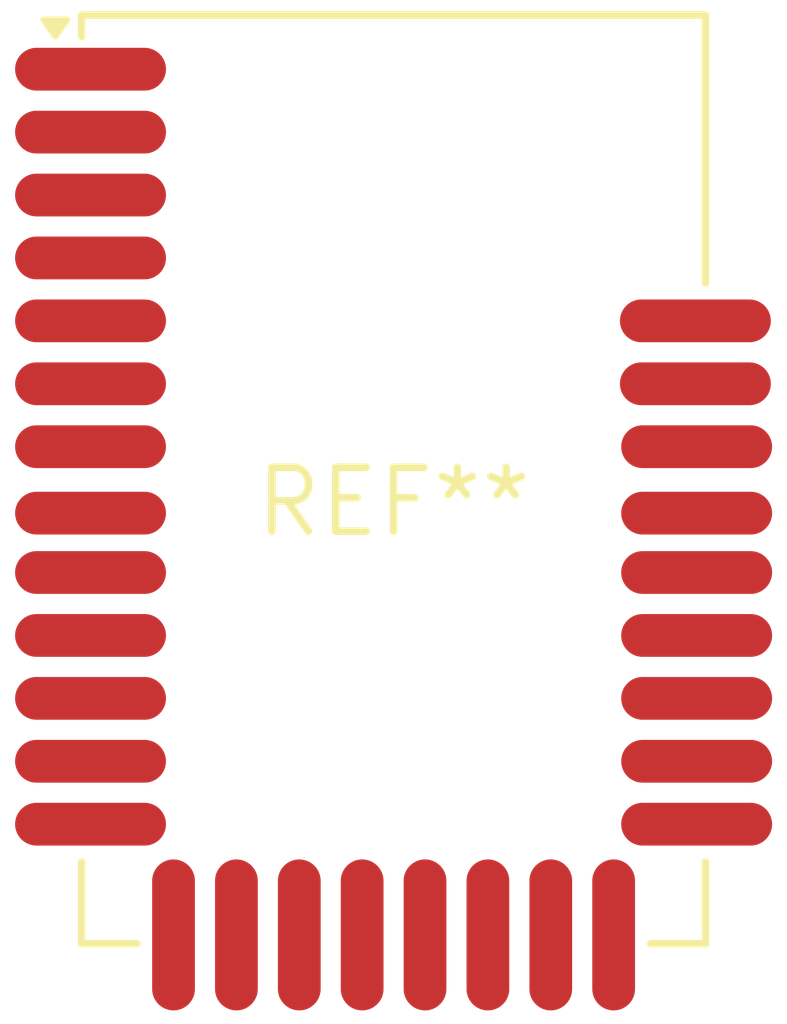
<source format=kicad_pcb>
(kicad_pcb (version 20240108) (generator pcbnew)
  (layers (0 "F.Cu" signal) (31 "B.Cu" signal) (34 "B.Paste" user) (35 "F.Paste" user) (36 "B.SilkS" user "B.Silkscreen") (37 "F.SilkS" user "F.Silkscreen") (38 "B.Mask" user) (39 "F.Mask" user) (44 "Edge.Cuts" user))
  (net 0 "")
  (footprint "BLE112-A" (layer "F.Cu") (at 0 0)
    (property "Reference" "REF**")
    (property "Value" "BLE112-A")
    (fp_line (start -6.2 -9.675) (end -6.2 -9.25) (layer "F.SilkS") (stroke (width 0.15)))
    (fp_line (start -6.2 8.775) (end -6.2 7.15) (layer "F.SilkS") (stroke (width 0.15)))
    (fp_line (start -5.1 8.775) (end -6.2 8.775) (layer "F.SilkS") (stroke (width 0.15)))
    (fp_line (start 5.1 8.775) (end 6.2 8.775) (layer "F.SilkS") (stroke (width 0.15)))
    (fp_line (start 6.2 -9.675) (end -6.2 -9.675) (layer "F.SilkS") (stroke (width 0.15)))
    (fp_line (start 6.2 -4.35) (end 6.2 -9.675) (layer "F.SilkS") (stroke (width 0.15)))
    (fp_line (start 6.2 8.775) (end 6.2 7.15) (layer "F.SilkS") (stroke (width 0.15)))
    (fp_poly (pts (xy -6.725 -9.25) (xy -6.965 -9.586) (xy -6.485 -9.586) (xy -6.725 -9.25)) (layer "F.SilkS") (stroke (width 0.12)) (fill solid))
    (pad "1" smd oval (at -6.025 -8.6) (size 3 0.85) (layers "F.Cu" "F.Paste" "F.Mask"))
    (pad "2" smd oval (at -6.025 -7.35) (size 3 0.85) (layers "F.Cu" "F.Paste" "F.Mask"))
    (pad "3" smd oval (at -6.025 -6.1) (size 3 0.85) (layers "F.Cu" "F.Paste" "F.Mask"))
    (pad "4" smd oval (at -6.025 -4.85) (size 3 0.85) (layers "F.Cu" "F.Paste" "F.Mask"))
    (pad "5" smd oval (at -6.025 -3.6) (size 3 0.85) (layers "F.Cu" "F.Paste" "F.Mask"))
    (pad "6" smd oval (at -6.025 -2.35) (size 3 0.85) (layers "F.Cu" "F.Paste" "F.Mask"))
    (pad "7" smd oval (at -6.025 -1.1) (size 3 0.85) (layers "F.Cu" "F.Paste" "F.Mask"))
    (pad "8" smd oval (at -6.025 0.22) (size 3 0.85) (layers "F.Cu" "F.Paste" "F.Mask"))
    (pad "9" smd oval (at -6.025 1.4) (size 3 0.85) (layers "F.Cu" "F.Paste" "F.Mask"))
    (pad "10" smd oval (at -6.025 2.65) (size 3 0.85) (layers "F.Cu" "F.Paste" "F.Mask"))
    (pad "11" smd oval (at -6.025 3.9) (size 3 0.85) (layers "F.Cu" "F.Paste" "F.Mask"))
    (pad "12" smd oval (at -6.025 5.15) (size 3 0.85) (layers "F.Cu" "F.Paste" "F.Mask"))
    (pad "13" smd oval (at -6.025 6.4) (size 3 0.85) (layers "F.Cu" "F.Paste" "F.Mask"))
    (pad "14" smd oval (at -4.375 8.6 90) (size 3 0.85) (layers "F.Cu" "F.Paste" "F.Mask"))
    (pad "15" smd oval (at -3.125 8.6 90) (size 3 0.85) (layers "F.Cu" "F.Paste" "F.Mask"))
    (pad "16" smd oval (at -1.875 8.6 90) (size 3 0.85) (layers "F.Cu" "F.Paste" "F.Mask"))
    (pad "17" smd oval (at -0.625 8.6 90) (size 3 0.85) (layers "F.Cu" "F.Paste" "F.Mask"))
    (pad "18" smd oval (at 0.625 8.6 90) (size 3 0.85) (layers "F.Cu" "F.Paste" "F.Mask"))
    (pad "19" smd oval (at 1.875 8.6 90) (size 3 0.85) (layers "F.Cu" "F.Paste" "F.Mask"))
    (pad "20" smd oval (at 3.125 8.6 90) (size 3 0.85) (layers "F.Cu" "F.Paste" "F.Mask"))
    (pad "21" smd oval (at 4.375 8.6 90) (size 3 0.85) (layers "F.Cu" "F.Paste" "F.Mask"))
    (pad "22" smd oval (at 6.025 6.4) (size 3 0.85) (layers "F.Cu" "F.Paste" "F.Mask"))
    (pad "23" smd oval (at 6.025 5.15) (size 3 0.85) (layers "F.Cu" "F.Paste" "F.Mask"))
    (pad "24" smd oval (at 6.025 3.9) (size 3 0.85) (layers "F.Cu" "F.Paste" "F.Mask"))
    (pad "25" smd oval (at 6.025 2.65) (size 3 0.85) (layers "F.Cu" "F.Paste" "F.Mask"))
    (pad "26" smd oval (at 6.025 1.4) (size 3 0.85) (layers "F.Cu" "F.Paste" "F.Mask"))
    (pad "27" smd oval (at 6.025 0.22) (size 3 0.85) (layers "F.Cu" "F.Paste" "F.Mask"))
    (pad "28" smd oval (at 6.025 -1.1) (size 3 0.85) (layers "F.Cu" "F.Paste" "F.Mask"))
    (pad "29" smd oval (at 6 -2.35) (size 3 0.85) (layers "F.Cu" "F.Paste" "F.Mask"))
    (pad "30" smd oval (at 6 -3.6) (size 3 0.85) (layers "F.Cu" "F.Paste" "F.Mask"))
  )
)
</source>
